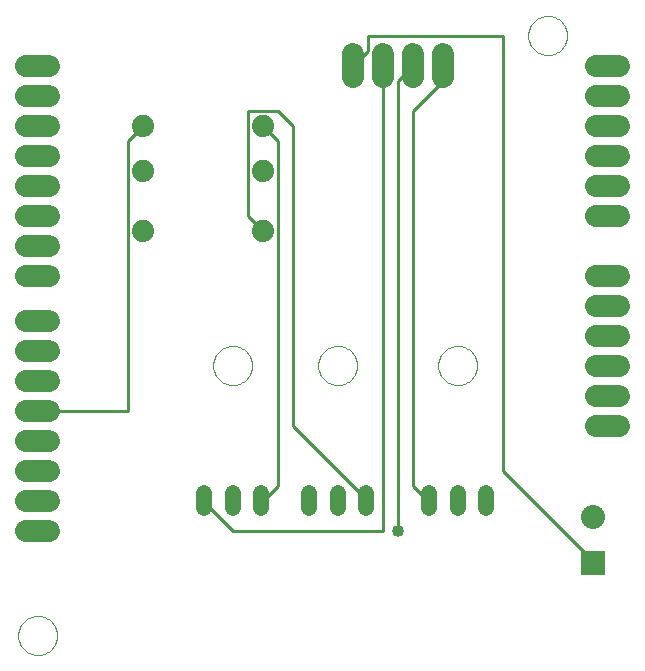
<source format=gtl>
G75*
G70*
%OFA0B0*%
%FSLAX24Y24*%
%IPPOS*%
%LPD*%
%AMOC8*
5,1,8,0,0,1.08239X$1,22.5*
%
%ADD10C,0.0520*%
%ADD11C,0.0000*%
%ADD12C,0.0740*%
%ADD13C,0.0740*%
%ADD14R,0.0800X0.0800*%
%ADD15C,0.0800*%
%ADD16C,0.0100*%
%ADD17C,0.0400*%
D10*
X007072Y013004D02*
X007072Y013524D01*
X008010Y013524D02*
X008010Y013004D01*
X008947Y013004D02*
X008947Y013524D01*
X010572Y013524D02*
X010572Y013004D01*
X011510Y013004D02*
X011510Y013524D01*
X012447Y013524D02*
X012447Y013004D01*
X014572Y013004D02*
X014572Y013524D01*
X015510Y013524D02*
X015510Y013004D01*
X016447Y013004D02*
X016447Y013524D01*
D11*
X000860Y008764D02*
X000862Y008814D01*
X000868Y008864D01*
X000878Y008914D01*
X000891Y008962D01*
X000908Y009010D01*
X000929Y009056D01*
X000953Y009100D01*
X000981Y009142D01*
X001012Y009182D01*
X001046Y009219D01*
X001083Y009254D01*
X001122Y009285D01*
X001163Y009314D01*
X001207Y009339D01*
X001253Y009361D01*
X001300Y009379D01*
X001348Y009393D01*
X001397Y009404D01*
X001447Y009411D01*
X001497Y009414D01*
X001548Y009413D01*
X001598Y009408D01*
X001648Y009399D01*
X001696Y009387D01*
X001744Y009370D01*
X001790Y009350D01*
X001835Y009327D01*
X001878Y009300D01*
X001918Y009270D01*
X001956Y009237D01*
X001991Y009201D01*
X002024Y009162D01*
X002053Y009121D01*
X002079Y009078D01*
X002102Y009033D01*
X002121Y008986D01*
X002136Y008938D01*
X002148Y008889D01*
X002156Y008839D01*
X002160Y008789D01*
X002160Y008739D01*
X002156Y008689D01*
X002148Y008639D01*
X002136Y008590D01*
X002121Y008542D01*
X002102Y008495D01*
X002079Y008450D01*
X002053Y008407D01*
X002024Y008366D01*
X001991Y008327D01*
X001956Y008291D01*
X001918Y008258D01*
X001878Y008228D01*
X001835Y008201D01*
X001790Y008178D01*
X001744Y008158D01*
X001696Y008141D01*
X001648Y008129D01*
X001598Y008120D01*
X001548Y008115D01*
X001497Y008114D01*
X001447Y008117D01*
X001397Y008124D01*
X001348Y008135D01*
X001300Y008149D01*
X001253Y008167D01*
X001207Y008189D01*
X001163Y008214D01*
X001122Y008243D01*
X001083Y008274D01*
X001046Y008309D01*
X001012Y008346D01*
X000981Y008386D01*
X000953Y008428D01*
X000929Y008472D01*
X000908Y008518D01*
X000891Y008566D01*
X000878Y008614D01*
X000868Y008664D01*
X000862Y008714D01*
X000860Y008764D01*
X007360Y017764D02*
X007362Y017814D01*
X007368Y017864D01*
X007378Y017914D01*
X007391Y017962D01*
X007408Y018010D01*
X007429Y018056D01*
X007453Y018100D01*
X007481Y018142D01*
X007512Y018182D01*
X007546Y018219D01*
X007583Y018254D01*
X007622Y018285D01*
X007663Y018314D01*
X007707Y018339D01*
X007753Y018361D01*
X007800Y018379D01*
X007848Y018393D01*
X007897Y018404D01*
X007947Y018411D01*
X007997Y018414D01*
X008048Y018413D01*
X008098Y018408D01*
X008148Y018399D01*
X008196Y018387D01*
X008244Y018370D01*
X008290Y018350D01*
X008335Y018327D01*
X008378Y018300D01*
X008418Y018270D01*
X008456Y018237D01*
X008491Y018201D01*
X008524Y018162D01*
X008553Y018121D01*
X008579Y018078D01*
X008602Y018033D01*
X008621Y017986D01*
X008636Y017938D01*
X008648Y017889D01*
X008656Y017839D01*
X008660Y017789D01*
X008660Y017739D01*
X008656Y017689D01*
X008648Y017639D01*
X008636Y017590D01*
X008621Y017542D01*
X008602Y017495D01*
X008579Y017450D01*
X008553Y017407D01*
X008524Y017366D01*
X008491Y017327D01*
X008456Y017291D01*
X008418Y017258D01*
X008378Y017228D01*
X008335Y017201D01*
X008290Y017178D01*
X008244Y017158D01*
X008196Y017141D01*
X008148Y017129D01*
X008098Y017120D01*
X008048Y017115D01*
X007997Y017114D01*
X007947Y017117D01*
X007897Y017124D01*
X007848Y017135D01*
X007800Y017149D01*
X007753Y017167D01*
X007707Y017189D01*
X007663Y017214D01*
X007622Y017243D01*
X007583Y017274D01*
X007546Y017309D01*
X007512Y017346D01*
X007481Y017386D01*
X007453Y017428D01*
X007429Y017472D01*
X007408Y017518D01*
X007391Y017566D01*
X007378Y017614D01*
X007368Y017664D01*
X007362Y017714D01*
X007360Y017764D01*
X010860Y017764D02*
X010862Y017814D01*
X010868Y017864D01*
X010878Y017914D01*
X010891Y017962D01*
X010908Y018010D01*
X010929Y018056D01*
X010953Y018100D01*
X010981Y018142D01*
X011012Y018182D01*
X011046Y018219D01*
X011083Y018254D01*
X011122Y018285D01*
X011163Y018314D01*
X011207Y018339D01*
X011253Y018361D01*
X011300Y018379D01*
X011348Y018393D01*
X011397Y018404D01*
X011447Y018411D01*
X011497Y018414D01*
X011548Y018413D01*
X011598Y018408D01*
X011648Y018399D01*
X011696Y018387D01*
X011744Y018370D01*
X011790Y018350D01*
X011835Y018327D01*
X011878Y018300D01*
X011918Y018270D01*
X011956Y018237D01*
X011991Y018201D01*
X012024Y018162D01*
X012053Y018121D01*
X012079Y018078D01*
X012102Y018033D01*
X012121Y017986D01*
X012136Y017938D01*
X012148Y017889D01*
X012156Y017839D01*
X012160Y017789D01*
X012160Y017739D01*
X012156Y017689D01*
X012148Y017639D01*
X012136Y017590D01*
X012121Y017542D01*
X012102Y017495D01*
X012079Y017450D01*
X012053Y017407D01*
X012024Y017366D01*
X011991Y017327D01*
X011956Y017291D01*
X011918Y017258D01*
X011878Y017228D01*
X011835Y017201D01*
X011790Y017178D01*
X011744Y017158D01*
X011696Y017141D01*
X011648Y017129D01*
X011598Y017120D01*
X011548Y017115D01*
X011497Y017114D01*
X011447Y017117D01*
X011397Y017124D01*
X011348Y017135D01*
X011300Y017149D01*
X011253Y017167D01*
X011207Y017189D01*
X011163Y017214D01*
X011122Y017243D01*
X011083Y017274D01*
X011046Y017309D01*
X011012Y017346D01*
X010981Y017386D01*
X010953Y017428D01*
X010929Y017472D01*
X010908Y017518D01*
X010891Y017566D01*
X010878Y017614D01*
X010868Y017664D01*
X010862Y017714D01*
X010860Y017764D01*
X014860Y017764D02*
X014862Y017814D01*
X014868Y017864D01*
X014878Y017914D01*
X014891Y017962D01*
X014908Y018010D01*
X014929Y018056D01*
X014953Y018100D01*
X014981Y018142D01*
X015012Y018182D01*
X015046Y018219D01*
X015083Y018254D01*
X015122Y018285D01*
X015163Y018314D01*
X015207Y018339D01*
X015253Y018361D01*
X015300Y018379D01*
X015348Y018393D01*
X015397Y018404D01*
X015447Y018411D01*
X015497Y018414D01*
X015548Y018413D01*
X015598Y018408D01*
X015648Y018399D01*
X015696Y018387D01*
X015744Y018370D01*
X015790Y018350D01*
X015835Y018327D01*
X015878Y018300D01*
X015918Y018270D01*
X015956Y018237D01*
X015991Y018201D01*
X016024Y018162D01*
X016053Y018121D01*
X016079Y018078D01*
X016102Y018033D01*
X016121Y017986D01*
X016136Y017938D01*
X016148Y017889D01*
X016156Y017839D01*
X016160Y017789D01*
X016160Y017739D01*
X016156Y017689D01*
X016148Y017639D01*
X016136Y017590D01*
X016121Y017542D01*
X016102Y017495D01*
X016079Y017450D01*
X016053Y017407D01*
X016024Y017366D01*
X015991Y017327D01*
X015956Y017291D01*
X015918Y017258D01*
X015878Y017228D01*
X015835Y017201D01*
X015790Y017178D01*
X015744Y017158D01*
X015696Y017141D01*
X015648Y017129D01*
X015598Y017120D01*
X015548Y017115D01*
X015497Y017114D01*
X015447Y017117D01*
X015397Y017124D01*
X015348Y017135D01*
X015300Y017149D01*
X015253Y017167D01*
X015207Y017189D01*
X015163Y017214D01*
X015122Y017243D01*
X015083Y017274D01*
X015046Y017309D01*
X015012Y017346D01*
X014981Y017386D01*
X014953Y017428D01*
X014929Y017472D01*
X014908Y017518D01*
X014891Y017566D01*
X014878Y017614D01*
X014868Y017664D01*
X014862Y017714D01*
X014860Y017764D01*
X017860Y028764D02*
X017862Y028814D01*
X017868Y028864D01*
X017878Y028914D01*
X017891Y028962D01*
X017908Y029010D01*
X017929Y029056D01*
X017953Y029100D01*
X017981Y029142D01*
X018012Y029182D01*
X018046Y029219D01*
X018083Y029254D01*
X018122Y029285D01*
X018163Y029314D01*
X018207Y029339D01*
X018253Y029361D01*
X018300Y029379D01*
X018348Y029393D01*
X018397Y029404D01*
X018447Y029411D01*
X018497Y029414D01*
X018548Y029413D01*
X018598Y029408D01*
X018648Y029399D01*
X018696Y029387D01*
X018744Y029370D01*
X018790Y029350D01*
X018835Y029327D01*
X018878Y029300D01*
X018918Y029270D01*
X018956Y029237D01*
X018991Y029201D01*
X019024Y029162D01*
X019053Y029121D01*
X019079Y029078D01*
X019102Y029033D01*
X019121Y028986D01*
X019136Y028938D01*
X019148Y028889D01*
X019156Y028839D01*
X019160Y028789D01*
X019160Y028739D01*
X019156Y028689D01*
X019148Y028639D01*
X019136Y028590D01*
X019121Y028542D01*
X019102Y028495D01*
X019079Y028450D01*
X019053Y028407D01*
X019024Y028366D01*
X018991Y028327D01*
X018956Y028291D01*
X018918Y028258D01*
X018878Y028228D01*
X018835Y028201D01*
X018790Y028178D01*
X018744Y028158D01*
X018696Y028141D01*
X018648Y028129D01*
X018598Y028120D01*
X018548Y028115D01*
X018497Y028114D01*
X018447Y028117D01*
X018397Y028124D01*
X018348Y028135D01*
X018300Y028149D01*
X018253Y028167D01*
X018207Y028189D01*
X018163Y028214D01*
X018122Y028243D01*
X018083Y028274D01*
X018046Y028309D01*
X018012Y028346D01*
X017981Y028386D01*
X017953Y028428D01*
X017929Y028472D01*
X017908Y028518D01*
X017891Y028566D01*
X017878Y028614D01*
X017868Y028664D01*
X017862Y028714D01*
X017860Y028764D01*
D12*
X020140Y027764D02*
X020880Y027764D01*
X020880Y026764D02*
X020140Y026764D01*
X020140Y025764D02*
X020880Y025764D01*
X020880Y024764D02*
X020140Y024764D01*
X020140Y023764D02*
X020880Y023764D01*
X020880Y022764D02*
X020140Y022764D01*
X020140Y020764D02*
X020880Y020764D01*
X020880Y019764D02*
X020140Y019764D01*
X020140Y018764D02*
X020880Y018764D01*
X020880Y017764D02*
X020140Y017764D01*
X020140Y016764D02*
X020880Y016764D01*
X020880Y015764D02*
X020140Y015764D01*
X015010Y027394D02*
X015010Y028134D01*
X014010Y028134D02*
X014010Y027394D01*
X013010Y027394D02*
X013010Y028134D01*
X012010Y028134D02*
X012010Y027394D01*
X001880Y027764D02*
X001140Y027764D01*
X001140Y026764D02*
X001880Y026764D01*
X001880Y025764D02*
X001140Y025764D01*
X001140Y024764D02*
X001880Y024764D01*
X001880Y023764D02*
X001140Y023764D01*
X001140Y022764D02*
X001880Y022764D01*
X001880Y021764D02*
X001140Y021764D01*
X001140Y020764D02*
X001880Y020764D01*
X001880Y019264D02*
X001140Y019264D01*
X001140Y018264D02*
X001880Y018264D01*
X001880Y017264D02*
X001140Y017264D01*
X001140Y016264D02*
X001880Y016264D01*
X001880Y015264D02*
X001140Y015264D01*
X001140Y014264D02*
X001880Y014264D01*
X001880Y013264D02*
X001140Y013264D01*
X001140Y012264D02*
X001880Y012264D01*
D13*
X005010Y022264D03*
X005010Y024264D03*
X005010Y025764D03*
X009010Y025764D03*
X009010Y024264D03*
X009010Y022264D03*
D14*
X020010Y011194D03*
D15*
X020010Y012712D03*
D16*
X020010Y011264D02*
X020010Y011194D01*
X020010Y011264D02*
X017010Y014264D01*
X017010Y028764D01*
X012510Y028764D01*
X012510Y028264D01*
X012010Y027764D01*
X013010Y027764D02*
X013010Y012264D01*
X008010Y012264D01*
X007010Y013264D01*
X007072Y013264D01*
X008947Y013264D02*
X009010Y013264D01*
X009510Y013764D01*
X009510Y025264D01*
X009010Y025764D01*
X009510Y026264D02*
X008510Y026264D01*
X008510Y022764D01*
X009010Y022264D01*
X010010Y025764D02*
X009510Y026264D01*
X010010Y025764D02*
X010010Y015764D01*
X012510Y013264D01*
X012447Y013264D01*
X013510Y012264D02*
X013510Y027264D01*
X014010Y027764D01*
X015010Y027764D02*
X015010Y027264D01*
X014010Y026264D01*
X014010Y013764D01*
X014510Y013264D01*
X014572Y013264D01*
X004510Y025264D02*
X005010Y025764D01*
X004510Y025264D02*
X004510Y016264D01*
X001510Y016264D01*
D17*
X013510Y012264D03*
M02*

</source>
